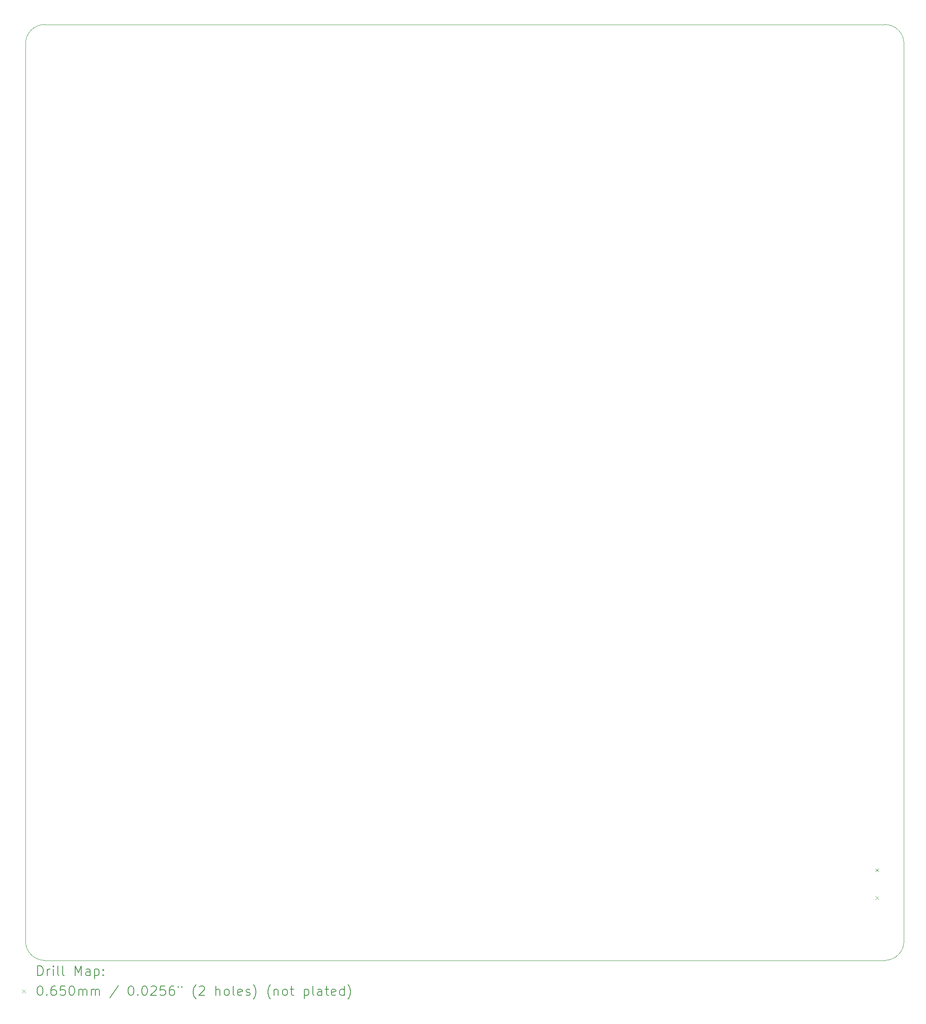
<source format=gbr>
%TF.GenerationSoftware,KiCad,Pcbnew,7.0.7-7.0.7~ubuntu22.04.1*%
%TF.CreationDate,2023-09-07T14:28:56+02:00*%
%TF.ProjectId,Inverter_KiCAD,496e7665-7274-4657-925f-4b694341442e,rev?*%
%TF.SameCoordinates,Original*%
%TF.FileFunction,Drillmap*%
%TF.FilePolarity,Positive*%
%FSLAX45Y45*%
G04 Gerber Fmt 4.5, Leading zero omitted, Abs format (unit mm)*
G04 Created by KiCad (PCBNEW 7.0.7-7.0.7~ubuntu22.04.1) date 2023-09-07 14:28:56*
%MOMM*%
%LPD*%
G01*
G04 APERTURE LIST*
%ADD10C,0.100000*%
%ADD11C,0.200000*%
%ADD12C,0.065000*%
G04 APERTURE END LIST*
D10*
X3700000Y-1400000D02*
G75*
G03*
X3300000Y-1800000I0J-400000D01*
G01*
X21700000Y-20600000D02*
X21700000Y-1800000D01*
X3700000Y-21000000D02*
X21300000Y-21000000D01*
X21300000Y-21000000D02*
G75*
G03*
X21700000Y-20600000I0J400000D01*
G01*
X3300000Y-20600000D02*
G75*
G03*
X3700000Y-21000000I400000J0D01*
G01*
X3700000Y-1400000D02*
X21300000Y-1400000D01*
X3300000Y-1800000D02*
X3300000Y-20600000D01*
X21700000Y-1800000D02*
G75*
G03*
X21300000Y-1400000I-400000J0D01*
G01*
D11*
D12*
X21107500Y-19078500D02*
X21172500Y-19143500D01*
X21172500Y-19078500D02*
X21107500Y-19143500D01*
X21107500Y-19656500D02*
X21172500Y-19721500D01*
X21172500Y-19656500D02*
X21107500Y-19721500D01*
D11*
X3555777Y-21316484D02*
X3555777Y-21116484D01*
X3555777Y-21116484D02*
X3603396Y-21116484D01*
X3603396Y-21116484D02*
X3631967Y-21126008D01*
X3631967Y-21126008D02*
X3651015Y-21145055D01*
X3651015Y-21145055D02*
X3660539Y-21164103D01*
X3660539Y-21164103D02*
X3670062Y-21202198D01*
X3670062Y-21202198D02*
X3670062Y-21230770D01*
X3670062Y-21230770D02*
X3660539Y-21268865D01*
X3660539Y-21268865D02*
X3651015Y-21287912D01*
X3651015Y-21287912D02*
X3631967Y-21306960D01*
X3631967Y-21306960D02*
X3603396Y-21316484D01*
X3603396Y-21316484D02*
X3555777Y-21316484D01*
X3755777Y-21316484D02*
X3755777Y-21183150D01*
X3755777Y-21221246D02*
X3765301Y-21202198D01*
X3765301Y-21202198D02*
X3774824Y-21192674D01*
X3774824Y-21192674D02*
X3793872Y-21183150D01*
X3793872Y-21183150D02*
X3812920Y-21183150D01*
X3879586Y-21316484D02*
X3879586Y-21183150D01*
X3879586Y-21116484D02*
X3870062Y-21126008D01*
X3870062Y-21126008D02*
X3879586Y-21135531D01*
X3879586Y-21135531D02*
X3889110Y-21126008D01*
X3889110Y-21126008D02*
X3879586Y-21116484D01*
X3879586Y-21116484D02*
X3879586Y-21135531D01*
X4003396Y-21316484D02*
X3984348Y-21306960D01*
X3984348Y-21306960D02*
X3974824Y-21287912D01*
X3974824Y-21287912D02*
X3974824Y-21116484D01*
X4108158Y-21316484D02*
X4089110Y-21306960D01*
X4089110Y-21306960D02*
X4079586Y-21287912D01*
X4079586Y-21287912D02*
X4079586Y-21116484D01*
X4336729Y-21316484D02*
X4336729Y-21116484D01*
X4336729Y-21116484D02*
X4403396Y-21259341D01*
X4403396Y-21259341D02*
X4470063Y-21116484D01*
X4470063Y-21116484D02*
X4470063Y-21316484D01*
X4651015Y-21316484D02*
X4651015Y-21211722D01*
X4651015Y-21211722D02*
X4641491Y-21192674D01*
X4641491Y-21192674D02*
X4622444Y-21183150D01*
X4622444Y-21183150D02*
X4584348Y-21183150D01*
X4584348Y-21183150D02*
X4565301Y-21192674D01*
X4651015Y-21306960D02*
X4631967Y-21316484D01*
X4631967Y-21316484D02*
X4584348Y-21316484D01*
X4584348Y-21316484D02*
X4565301Y-21306960D01*
X4565301Y-21306960D02*
X4555777Y-21287912D01*
X4555777Y-21287912D02*
X4555777Y-21268865D01*
X4555777Y-21268865D02*
X4565301Y-21249817D01*
X4565301Y-21249817D02*
X4584348Y-21240293D01*
X4584348Y-21240293D02*
X4631967Y-21240293D01*
X4631967Y-21240293D02*
X4651015Y-21230770D01*
X4746253Y-21183150D02*
X4746253Y-21383150D01*
X4746253Y-21192674D02*
X4765301Y-21183150D01*
X4765301Y-21183150D02*
X4803396Y-21183150D01*
X4803396Y-21183150D02*
X4822444Y-21192674D01*
X4822444Y-21192674D02*
X4831967Y-21202198D01*
X4831967Y-21202198D02*
X4841491Y-21221246D01*
X4841491Y-21221246D02*
X4841491Y-21278389D01*
X4841491Y-21278389D02*
X4831967Y-21297436D01*
X4831967Y-21297436D02*
X4822444Y-21306960D01*
X4822444Y-21306960D02*
X4803396Y-21316484D01*
X4803396Y-21316484D02*
X4765301Y-21316484D01*
X4765301Y-21316484D02*
X4746253Y-21306960D01*
X4927205Y-21297436D02*
X4936729Y-21306960D01*
X4936729Y-21306960D02*
X4927205Y-21316484D01*
X4927205Y-21316484D02*
X4917682Y-21306960D01*
X4917682Y-21306960D02*
X4927205Y-21297436D01*
X4927205Y-21297436D02*
X4927205Y-21316484D01*
X4927205Y-21192674D02*
X4936729Y-21202198D01*
X4936729Y-21202198D02*
X4927205Y-21211722D01*
X4927205Y-21211722D02*
X4917682Y-21202198D01*
X4917682Y-21202198D02*
X4927205Y-21192674D01*
X4927205Y-21192674D02*
X4927205Y-21211722D01*
D12*
X3230000Y-21612500D02*
X3295000Y-21677500D01*
X3295000Y-21612500D02*
X3230000Y-21677500D01*
D11*
X3593872Y-21536484D02*
X3612920Y-21536484D01*
X3612920Y-21536484D02*
X3631967Y-21546008D01*
X3631967Y-21546008D02*
X3641491Y-21555531D01*
X3641491Y-21555531D02*
X3651015Y-21574579D01*
X3651015Y-21574579D02*
X3660539Y-21612674D01*
X3660539Y-21612674D02*
X3660539Y-21660293D01*
X3660539Y-21660293D02*
X3651015Y-21698389D01*
X3651015Y-21698389D02*
X3641491Y-21717436D01*
X3641491Y-21717436D02*
X3631967Y-21726960D01*
X3631967Y-21726960D02*
X3612920Y-21736484D01*
X3612920Y-21736484D02*
X3593872Y-21736484D01*
X3593872Y-21736484D02*
X3574824Y-21726960D01*
X3574824Y-21726960D02*
X3565301Y-21717436D01*
X3565301Y-21717436D02*
X3555777Y-21698389D01*
X3555777Y-21698389D02*
X3546253Y-21660293D01*
X3546253Y-21660293D02*
X3546253Y-21612674D01*
X3546253Y-21612674D02*
X3555777Y-21574579D01*
X3555777Y-21574579D02*
X3565301Y-21555531D01*
X3565301Y-21555531D02*
X3574824Y-21546008D01*
X3574824Y-21546008D02*
X3593872Y-21536484D01*
X3746253Y-21717436D02*
X3755777Y-21726960D01*
X3755777Y-21726960D02*
X3746253Y-21736484D01*
X3746253Y-21736484D02*
X3736729Y-21726960D01*
X3736729Y-21726960D02*
X3746253Y-21717436D01*
X3746253Y-21717436D02*
X3746253Y-21736484D01*
X3927205Y-21536484D02*
X3889110Y-21536484D01*
X3889110Y-21536484D02*
X3870062Y-21546008D01*
X3870062Y-21546008D02*
X3860539Y-21555531D01*
X3860539Y-21555531D02*
X3841491Y-21584103D01*
X3841491Y-21584103D02*
X3831967Y-21622198D01*
X3831967Y-21622198D02*
X3831967Y-21698389D01*
X3831967Y-21698389D02*
X3841491Y-21717436D01*
X3841491Y-21717436D02*
X3851015Y-21726960D01*
X3851015Y-21726960D02*
X3870062Y-21736484D01*
X3870062Y-21736484D02*
X3908158Y-21736484D01*
X3908158Y-21736484D02*
X3927205Y-21726960D01*
X3927205Y-21726960D02*
X3936729Y-21717436D01*
X3936729Y-21717436D02*
X3946253Y-21698389D01*
X3946253Y-21698389D02*
X3946253Y-21650770D01*
X3946253Y-21650770D02*
X3936729Y-21631722D01*
X3936729Y-21631722D02*
X3927205Y-21622198D01*
X3927205Y-21622198D02*
X3908158Y-21612674D01*
X3908158Y-21612674D02*
X3870062Y-21612674D01*
X3870062Y-21612674D02*
X3851015Y-21622198D01*
X3851015Y-21622198D02*
X3841491Y-21631722D01*
X3841491Y-21631722D02*
X3831967Y-21650770D01*
X4127205Y-21536484D02*
X4031967Y-21536484D01*
X4031967Y-21536484D02*
X4022443Y-21631722D01*
X4022443Y-21631722D02*
X4031967Y-21622198D01*
X4031967Y-21622198D02*
X4051015Y-21612674D01*
X4051015Y-21612674D02*
X4098634Y-21612674D01*
X4098634Y-21612674D02*
X4117682Y-21622198D01*
X4117682Y-21622198D02*
X4127205Y-21631722D01*
X4127205Y-21631722D02*
X4136729Y-21650770D01*
X4136729Y-21650770D02*
X4136729Y-21698389D01*
X4136729Y-21698389D02*
X4127205Y-21717436D01*
X4127205Y-21717436D02*
X4117682Y-21726960D01*
X4117682Y-21726960D02*
X4098634Y-21736484D01*
X4098634Y-21736484D02*
X4051015Y-21736484D01*
X4051015Y-21736484D02*
X4031967Y-21726960D01*
X4031967Y-21726960D02*
X4022443Y-21717436D01*
X4260539Y-21536484D02*
X4279586Y-21536484D01*
X4279586Y-21536484D02*
X4298634Y-21546008D01*
X4298634Y-21546008D02*
X4308158Y-21555531D01*
X4308158Y-21555531D02*
X4317682Y-21574579D01*
X4317682Y-21574579D02*
X4327205Y-21612674D01*
X4327205Y-21612674D02*
X4327205Y-21660293D01*
X4327205Y-21660293D02*
X4317682Y-21698389D01*
X4317682Y-21698389D02*
X4308158Y-21717436D01*
X4308158Y-21717436D02*
X4298634Y-21726960D01*
X4298634Y-21726960D02*
X4279586Y-21736484D01*
X4279586Y-21736484D02*
X4260539Y-21736484D01*
X4260539Y-21736484D02*
X4241491Y-21726960D01*
X4241491Y-21726960D02*
X4231967Y-21717436D01*
X4231967Y-21717436D02*
X4222444Y-21698389D01*
X4222444Y-21698389D02*
X4212920Y-21660293D01*
X4212920Y-21660293D02*
X4212920Y-21612674D01*
X4212920Y-21612674D02*
X4222444Y-21574579D01*
X4222444Y-21574579D02*
X4231967Y-21555531D01*
X4231967Y-21555531D02*
X4241491Y-21546008D01*
X4241491Y-21546008D02*
X4260539Y-21536484D01*
X4412920Y-21736484D02*
X4412920Y-21603150D01*
X4412920Y-21622198D02*
X4422444Y-21612674D01*
X4422444Y-21612674D02*
X4441491Y-21603150D01*
X4441491Y-21603150D02*
X4470063Y-21603150D01*
X4470063Y-21603150D02*
X4489110Y-21612674D01*
X4489110Y-21612674D02*
X4498634Y-21631722D01*
X4498634Y-21631722D02*
X4498634Y-21736484D01*
X4498634Y-21631722D02*
X4508158Y-21612674D01*
X4508158Y-21612674D02*
X4527205Y-21603150D01*
X4527205Y-21603150D02*
X4555777Y-21603150D01*
X4555777Y-21603150D02*
X4574825Y-21612674D01*
X4574825Y-21612674D02*
X4584348Y-21631722D01*
X4584348Y-21631722D02*
X4584348Y-21736484D01*
X4679586Y-21736484D02*
X4679586Y-21603150D01*
X4679586Y-21622198D02*
X4689110Y-21612674D01*
X4689110Y-21612674D02*
X4708158Y-21603150D01*
X4708158Y-21603150D02*
X4736729Y-21603150D01*
X4736729Y-21603150D02*
X4755777Y-21612674D01*
X4755777Y-21612674D02*
X4765301Y-21631722D01*
X4765301Y-21631722D02*
X4765301Y-21736484D01*
X4765301Y-21631722D02*
X4774825Y-21612674D01*
X4774825Y-21612674D02*
X4793872Y-21603150D01*
X4793872Y-21603150D02*
X4822444Y-21603150D01*
X4822444Y-21603150D02*
X4841491Y-21612674D01*
X4841491Y-21612674D02*
X4851015Y-21631722D01*
X4851015Y-21631722D02*
X4851015Y-21736484D01*
X5241491Y-21526960D02*
X5070063Y-21784103D01*
X5498634Y-21536484D02*
X5517682Y-21536484D01*
X5517682Y-21536484D02*
X5536729Y-21546008D01*
X5536729Y-21546008D02*
X5546253Y-21555531D01*
X5546253Y-21555531D02*
X5555777Y-21574579D01*
X5555777Y-21574579D02*
X5565301Y-21612674D01*
X5565301Y-21612674D02*
X5565301Y-21660293D01*
X5565301Y-21660293D02*
X5555777Y-21698389D01*
X5555777Y-21698389D02*
X5546253Y-21717436D01*
X5546253Y-21717436D02*
X5536729Y-21726960D01*
X5536729Y-21726960D02*
X5517682Y-21736484D01*
X5517682Y-21736484D02*
X5498634Y-21736484D01*
X5498634Y-21736484D02*
X5479587Y-21726960D01*
X5479587Y-21726960D02*
X5470063Y-21717436D01*
X5470063Y-21717436D02*
X5460539Y-21698389D01*
X5460539Y-21698389D02*
X5451015Y-21660293D01*
X5451015Y-21660293D02*
X5451015Y-21612674D01*
X5451015Y-21612674D02*
X5460539Y-21574579D01*
X5460539Y-21574579D02*
X5470063Y-21555531D01*
X5470063Y-21555531D02*
X5479587Y-21546008D01*
X5479587Y-21546008D02*
X5498634Y-21536484D01*
X5651015Y-21717436D02*
X5660539Y-21726960D01*
X5660539Y-21726960D02*
X5651015Y-21736484D01*
X5651015Y-21736484D02*
X5641491Y-21726960D01*
X5641491Y-21726960D02*
X5651015Y-21717436D01*
X5651015Y-21717436D02*
X5651015Y-21736484D01*
X5784348Y-21536484D02*
X5803396Y-21536484D01*
X5803396Y-21536484D02*
X5822444Y-21546008D01*
X5822444Y-21546008D02*
X5831967Y-21555531D01*
X5831967Y-21555531D02*
X5841491Y-21574579D01*
X5841491Y-21574579D02*
X5851015Y-21612674D01*
X5851015Y-21612674D02*
X5851015Y-21660293D01*
X5851015Y-21660293D02*
X5841491Y-21698389D01*
X5841491Y-21698389D02*
X5831967Y-21717436D01*
X5831967Y-21717436D02*
X5822444Y-21726960D01*
X5822444Y-21726960D02*
X5803396Y-21736484D01*
X5803396Y-21736484D02*
X5784348Y-21736484D01*
X5784348Y-21736484D02*
X5765301Y-21726960D01*
X5765301Y-21726960D02*
X5755777Y-21717436D01*
X5755777Y-21717436D02*
X5746253Y-21698389D01*
X5746253Y-21698389D02*
X5736729Y-21660293D01*
X5736729Y-21660293D02*
X5736729Y-21612674D01*
X5736729Y-21612674D02*
X5746253Y-21574579D01*
X5746253Y-21574579D02*
X5755777Y-21555531D01*
X5755777Y-21555531D02*
X5765301Y-21546008D01*
X5765301Y-21546008D02*
X5784348Y-21536484D01*
X5927206Y-21555531D02*
X5936729Y-21546008D01*
X5936729Y-21546008D02*
X5955777Y-21536484D01*
X5955777Y-21536484D02*
X6003396Y-21536484D01*
X6003396Y-21536484D02*
X6022444Y-21546008D01*
X6022444Y-21546008D02*
X6031967Y-21555531D01*
X6031967Y-21555531D02*
X6041491Y-21574579D01*
X6041491Y-21574579D02*
X6041491Y-21593627D01*
X6041491Y-21593627D02*
X6031967Y-21622198D01*
X6031967Y-21622198D02*
X5917682Y-21736484D01*
X5917682Y-21736484D02*
X6041491Y-21736484D01*
X6222444Y-21536484D02*
X6127206Y-21536484D01*
X6127206Y-21536484D02*
X6117682Y-21631722D01*
X6117682Y-21631722D02*
X6127206Y-21622198D01*
X6127206Y-21622198D02*
X6146253Y-21612674D01*
X6146253Y-21612674D02*
X6193872Y-21612674D01*
X6193872Y-21612674D02*
X6212920Y-21622198D01*
X6212920Y-21622198D02*
X6222444Y-21631722D01*
X6222444Y-21631722D02*
X6231967Y-21650770D01*
X6231967Y-21650770D02*
X6231967Y-21698389D01*
X6231967Y-21698389D02*
X6222444Y-21717436D01*
X6222444Y-21717436D02*
X6212920Y-21726960D01*
X6212920Y-21726960D02*
X6193872Y-21736484D01*
X6193872Y-21736484D02*
X6146253Y-21736484D01*
X6146253Y-21736484D02*
X6127206Y-21726960D01*
X6127206Y-21726960D02*
X6117682Y-21717436D01*
X6403396Y-21536484D02*
X6365301Y-21536484D01*
X6365301Y-21536484D02*
X6346253Y-21546008D01*
X6346253Y-21546008D02*
X6336729Y-21555531D01*
X6336729Y-21555531D02*
X6317682Y-21584103D01*
X6317682Y-21584103D02*
X6308158Y-21622198D01*
X6308158Y-21622198D02*
X6308158Y-21698389D01*
X6308158Y-21698389D02*
X6317682Y-21717436D01*
X6317682Y-21717436D02*
X6327206Y-21726960D01*
X6327206Y-21726960D02*
X6346253Y-21736484D01*
X6346253Y-21736484D02*
X6384348Y-21736484D01*
X6384348Y-21736484D02*
X6403396Y-21726960D01*
X6403396Y-21726960D02*
X6412920Y-21717436D01*
X6412920Y-21717436D02*
X6422444Y-21698389D01*
X6422444Y-21698389D02*
X6422444Y-21650770D01*
X6422444Y-21650770D02*
X6412920Y-21631722D01*
X6412920Y-21631722D02*
X6403396Y-21622198D01*
X6403396Y-21622198D02*
X6384348Y-21612674D01*
X6384348Y-21612674D02*
X6346253Y-21612674D01*
X6346253Y-21612674D02*
X6327206Y-21622198D01*
X6327206Y-21622198D02*
X6317682Y-21631722D01*
X6317682Y-21631722D02*
X6308158Y-21650770D01*
X6498634Y-21536484D02*
X6498634Y-21574579D01*
X6574825Y-21536484D02*
X6574825Y-21574579D01*
X6870063Y-21812674D02*
X6860539Y-21803150D01*
X6860539Y-21803150D02*
X6841491Y-21774579D01*
X6841491Y-21774579D02*
X6831968Y-21755531D01*
X6831968Y-21755531D02*
X6822444Y-21726960D01*
X6822444Y-21726960D02*
X6812920Y-21679341D01*
X6812920Y-21679341D02*
X6812920Y-21641246D01*
X6812920Y-21641246D02*
X6822444Y-21593627D01*
X6822444Y-21593627D02*
X6831968Y-21565055D01*
X6831968Y-21565055D02*
X6841491Y-21546008D01*
X6841491Y-21546008D02*
X6860539Y-21517436D01*
X6860539Y-21517436D02*
X6870063Y-21507912D01*
X6936729Y-21555531D02*
X6946253Y-21546008D01*
X6946253Y-21546008D02*
X6965301Y-21536484D01*
X6965301Y-21536484D02*
X7012920Y-21536484D01*
X7012920Y-21536484D02*
X7031968Y-21546008D01*
X7031968Y-21546008D02*
X7041491Y-21555531D01*
X7041491Y-21555531D02*
X7051015Y-21574579D01*
X7051015Y-21574579D02*
X7051015Y-21593627D01*
X7051015Y-21593627D02*
X7041491Y-21622198D01*
X7041491Y-21622198D02*
X6927206Y-21736484D01*
X6927206Y-21736484D02*
X7051015Y-21736484D01*
X7289110Y-21736484D02*
X7289110Y-21536484D01*
X7374825Y-21736484D02*
X7374825Y-21631722D01*
X7374825Y-21631722D02*
X7365301Y-21612674D01*
X7365301Y-21612674D02*
X7346253Y-21603150D01*
X7346253Y-21603150D02*
X7317682Y-21603150D01*
X7317682Y-21603150D02*
X7298634Y-21612674D01*
X7298634Y-21612674D02*
X7289110Y-21622198D01*
X7498634Y-21736484D02*
X7479587Y-21726960D01*
X7479587Y-21726960D02*
X7470063Y-21717436D01*
X7470063Y-21717436D02*
X7460539Y-21698389D01*
X7460539Y-21698389D02*
X7460539Y-21641246D01*
X7460539Y-21641246D02*
X7470063Y-21622198D01*
X7470063Y-21622198D02*
X7479587Y-21612674D01*
X7479587Y-21612674D02*
X7498634Y-21603150D01*
X7498634Y-21603150D02*
X7527206Y-21603150D01*
X7527206Y-21603150D02*
X7546253Y-21612674D01*
X7546253Y-21612674D02*
X7555777Y-21622198D01*
X7555777Y-21622198D02*
X7565301Y-21641246D01*
X7565301Y-21641246D02*
X7565301Y-21698389D01*
X7565301Y-21698389D02*
X7555777Y-21717436D01*
X7555777Y-21717436D02*
X7546253Y-21726960D01*
X7546253Y-21726960D02*
X7527206Y-21736484D01*
X7527206Y-21736484D02*
X7498634Y-21736484D01*
X7679587Y-21736484D02*
X7660539Y-21726960D01*
X7660539Y-21726960D02*
X7651015Y-21707912D01*
X7651015Y-21707912D02*
X7651015Y-21536484D01*
X7831968Y-21726960D02*
X7812920Y-21736484D01*
X7812920Y-21736484D02*
X7774825Y-21736484D01*
X7774825Y-21736484D02*
X7755777Y-21726960D01*
X7755777Y-21726960D02*
X7746253Y-21707912D01*
X7746253Y-21707912D02*
X7746253Y-21631722D01*
X7746253Y-21631722D02*
X7755777Y-21612674D01*
X7755777Y-21612674D02*
X7774825Y-21603150D01*
X7774825Y-21603150D02*
X7812920Y-21603150D01*
X7812920Y-21603150D02*
X7831968Y-21612674D01*
X7831968Y-21612674D02*
X7841491Y-21631722D01*
X7841491Y-21631722D02*
X7841491Y-21650770D01*
X7841491Y-21650770D02*
X7746253Y-21669817D01*
X7917682Y-21726960D02*
X7936730Y-21736484D01*
X7936730Y-21736484D02*
X7974825Y-21736484D01*
X7974825Y-21736484D02*
X7993872Y-21726960D01*
X7993872Y-21726960D02*
X8003396Y-21707912D01*
X8003396Y-21707912D02*
X8003396Y-21698389D01*
X8003396Y-21698389D02*
X7993872Y-21679341D01*
X7993872Y-21679341D02*
X7974825Y-21669817D01*
X7974825Y-21669817D02*
X7946253Y-21669817D01*
X7946253Y-21669817D02*
X7927206Y-21660293D01*
X7927206Y-21660293D02*
X7917682Y-21641246D01*
X7917682Y-21641246D02*
X7917682Y-21631722D01*
X7917682Y-21631722D02*
X7927206Y-21612674D01*
X7927206Y-21612674D02*
X7946253Y-21603150D01*
X7946253Y-21603150D02*
X7974825Y-21603150D01*
X7974825Y-21603150D02*
X7993872Y-21612674D01*
X8070063Y-21812674D02*
X8079587Y-21803150D01*
X8079587Y-21803150D02*
X8098634Y-21774579D01*
X8098634Y-21774579D02*
X8108158Y-21755531D01*
X8108158Y-21755531D02*
X8117682Y-21726960D01*
X8117682Y-21726960D02*
X8127206Y-21679341D01*
X8127206Y-21679341D02*
X8127206Y-21641246D01*
X8127206Y-21641246D02*
X8117682Y-21593627D01*
X8117682Y-21593627D02*
X8108158Y-21565055D01*
X8108158Y-21565055D02*
X8098634Y-21546008D01*
X8098634Y-21546008D02*
X8079587Y-21517436D01*
X8079587Y-21517436D02*
X8070063Y-21507912D01*
X8431968Y-21812674D02*
X8422444Y-21803150D01*
X8422444Y-21803150D02*
X8403396Y-21774579D01*
X8403396Y-21774579D02*
X8393873Y-21755531D01*
X8393873Y-21755531D02*
X8384349Y-21726960D01*
X8384349Y-21726960D02*
X8374825Y-21679341D01*
X8374825Y-21679341D02*
X8374825Y-21641246D01*
X8374825Y-21641246D02*
X8384349Y-21593627D01*
X8384349Y-21593627D02*
X8393873Y-21565055D01*
X8393873Y-21565055D02*
X8403396Y-21546008D01*
X8403396Y-21546008D02*
X8422444Y-21517436D01*
X8422444Y-21517436D02*
X8431968Y-21507912D01*
X8508158Y-21603150D02*
X8508158Y-21736484D01*
X8508158Y-21622198D02*
X8517682Y-21612674D01*
X8517682Y-21612674D02*
X8536730Y-21603150D01*
X8536730Y-21603150D02*
X8565301Y-21603150D01*
X8565301Y-21603150D02*
X8584349Y-21612674D01*
X8584349Y-21612674D02*
X8593873Y-21631722D01*
X8593873Y-21631722D02*
X8593873Y-21736484D01*
X8717682Y-21736484D02*
X8698634Y-21726960D01*
X8698634Y-21726960D02*
X8689111Y-21717436D01*
X8689111Y-21717436D02*
X8679587Y-21698389D01*
X8679587Y-21698389D02*
X8679587Y-21641246D01*
X8679587Y-21641246D02*
X8689111Y-21622198D01*
X8689111Y-21622198D02*
X8698634Y-21612674D01*
X8698634Y-21612674D02*
X8717682Y-21603150D01*
X8717682Y-21603150D02*
X8746254Y-21603150D01*
X8746254Y-21603150D02*
X8765301Y-21612674D01*
X8765301Y-21612674D02*
X8774825Y-21622198D01*
X8774825Y-21622198D02*
X8784349Y-21641246D01*
X8784349Y-21641246D02*
X8784349Y-21698389D01*
X8784349Y-21698389D02*
X8774825Y-21717436D01*
X8774825Y-21717436D02*
X8765301Y-21726960D01*
X8765301Y-21726960D02*
X8746254Y-21736484D01*
X8746254Y-21736484D02*
X8717682Y-21736484D01*
X8841492Y-21603150D02*
X8917682Y-21603150D01*
X8870063Y-21536484D02*
X8870063Y-21707912D01*
X8870063Y-21707912D02*
X8879587Y-21726960D01*
X8879587Y-21726960D02*
X8898634Y-21736484D01*
X8898634Y-21736484D02*
X8917682Y-21736484D01*
X9136730Y-21603150D02*
X9136730Y-21803150D01*
X9136730Y-21612674D02*
X9155777Y-21603150D01*
X9155777Y-21603150D02*
X9193873Y-21603150D01*
X9193873Y-21603150D02*
X9212920Y-21612674D01*
X9212920Y-21612674D02*
X9222444Y-21622198D01*
X9222444Y-21622198D02*
X9231968Y-21641246D01*
X9231968Y-21641246D02*
X9231968Y-21698389D01*
X9231968Y-21698389D02*
X9222444Y-21717436D01*
X9222444Y-21717436D02*
X9212920Y-21726960D01*
X9212920Y-21726960D02*
X9193873Y-21736484D01*
X9193873Y-21736484D02*
X9155777Y-21736484D01*
X9155777Y-21736484D02*
X9136730Y-21726960D01*
X9346254Y-21736484D02*
X9327206Y-21726960D01*
X9327206Y-21726960D02*
X9317682Y-21707912D01*
X9317682Y-21707912D02*
X9317682Y-21536484D01*
X9508158Y-21736484D02*
X9508158Y-21631722D01*
X9508158Y-21631722D02*
X9498635Y-21612674D01*
X9498635Y-21612674D02*
X9479587Y-21603150D01*
X9479587Y-21603150D02*
X9441492Y-21603150D01*
X9441492Y-21603150D02*
X9422444Y-21612674D01*
X9508158Y-21726960D02*
X9489111Y-21736484D01*
X9489111Y-21736484D02*
X9441492Y-21736484D01*
X9441492Y-21736484D02*
X9422444Y-21726960D01*
X9422444Y-21726960D02*
X9412920Y-21707912D01*
X9412920Y-21707912D02*
X9412920Y-21688865D01*
X9412920Y-21688865D02*
X9422444Y-21669817D01*
X9422444Y-21669817D02*
X9441492Y-21660293D01*
X9441492Y-21660293D02*
X9489111Y-21660293D01*
X9489111Y-21660293D02*
X9508158Y-21650770D01*
X9574825Y-21603150D02*
X9651015Y-21603150D01*
X9603396Y-21536484D02*
X9603396Y-21707912D01*
X9603396Y-21707912D02*
X9612920Y-21726960D01*
X9612920Y-21726960D02*
X9631968Y-21736484D01*
X9631968Y-21736484D02*
X9651015Y-21736484D01*
X9793873Y-21726960D02*
X9774825Y-21736484D01*
X9774825Y-21736484D02*
X9736730Y-21736484D01*
X9736730Y-21736484D02*
X9717682Y-21726960D01*
X9717682Y-21726960D02*
X9708158Y-21707912D01*
X9708158Y-21707912D02*
X9708158Y-21631722D01*
X9708158Y-21631722D02*
X9717682Y-21612674D01*
X9717682Y-21612674D02*
X9736730Y-21603150D01*
X9736730Y-21603150D02*
X9774825Y-21603150D01*
X9774825Y-21603150D02*
X9793873Y-21612674D01*
X9793873Y-21612674D02*
X9803396Y-21631722D01*
X9803396Y-21631722D02*
X9803396Y-21650770D01*
X9803396Y-21650770D02*
X9708158Y-21669817D01*
X9974825Y-21736484D02*
X9974825Y-21536484D01*
X9974825Y-21726960D02*
X9955777Y-21736484D01*
X9955777Y-21736484D02*
X9917682Y-21736484D01*
X9917682Y-21736484D02*
X9898635Y-21726960D01*
X9898635Y-21726960D02*
X9889111Y-21717436D01*
X9889111Y-21717436D02*
X9879587Y-21698389D01*
X9879587Y-21698389D02*
X9879587Y-21641246D01*
X9879587Y-21641246D02*
X9889111Y-21622198D01*
X9889111Y-21622198D02*
X9898635Y-21612674D01*
X9898635Y-21612674D02*
X9917682Y-21603150D01*
X9917682Y-21603150D02*
X9955777Y-21603150D01*
X9955777Y-21603150D02*
X9974825Y-21612674D01*
X10051016Y-21812674D02*
X10060539Y-21803150D01*
X10060539Y-21803150D02*
X10079587Y-21774579D01*
X10079587Y-21774579D02*
X10089111Y-21755531D01*
X10089111Y-21755531D02*
X10098635Y-21726960D01*
X10098635Y-21726960D02*
X10108158Y-21679341D01*
X10108158Y-21679341D02*
X10108158Y-21641246D01*
X10108158Y-21641246D02*
X10098635Y-21593627D01*
X10098635Y-21593627D02*
X10089111Y-21565055D01*
X10089111Y-21565055D02*
X10079587Y-21546008D01*
X10079587Y-21546008D02*
X10060539Y-21517436D01*
X10060539Y-21517436D02*
X10051016Y-21507912D01*
M02*

</source>
